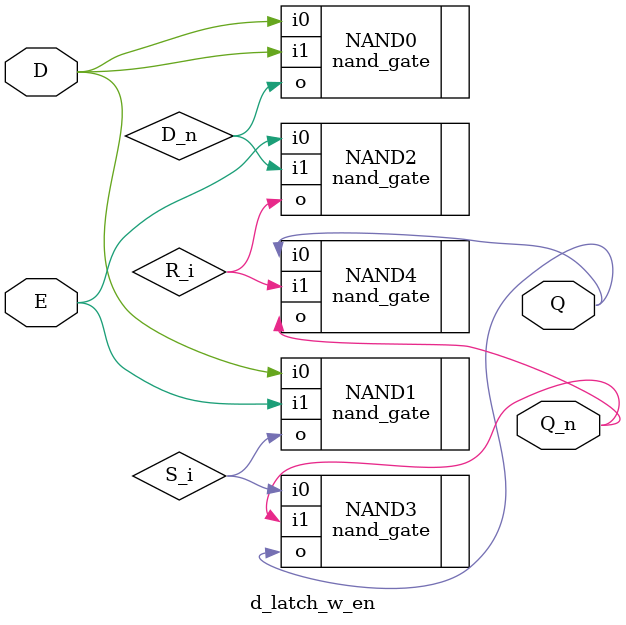
<source format=v>
`timescale 1ns / 1ps


module d_latch_w_en (D, E, Q, Q_n);
    input   wire    D, E;
    output  wire    Q, Q_n;
            wire    D_n, S_i, R_i;
    
    nand_gate NAND0 (.i0(D), .i1(D), .o(D_n));
    nand_gate NAND1 (.i0(D), .i1(E), .o(S_i));
    nand_gate NAND2 (.i0(E), .i1(D_n), .o(R_i));
    nand_gate NAND3 (.i0(S_i), .i1(Q_n), .o(Q));
    nand_gate NAND4 (.i0(Q), .i1(R_i), .o(Q_n));
endmodule
</source>
